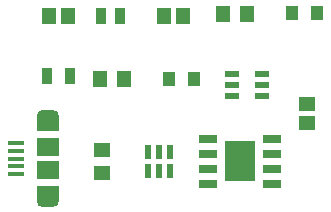
<source format=gtp>
G04*
G04 #@! TF.GenerationSoftware,Altium Limited,Altium Designer,25.0.2 (28)*
G04*
G04 Layer_Color=8421504*
%FSLAX44Y44*%
%MOMM*%
G71*
G04*
G04 #@! TF.SameCoordinates,4808E630-E1AA-40A3-BC65-94F3982335E7*
G04*
G04*
G04 #@! TF.FilePolarity,Positive*
G04*
G01*
G75*
%ADD15C,0.5000*%
%ADD16R,1.4562X1.3046*%
%ADD17R,0.9500X1.4500*%
%ADD18R,1.1000X1.3000*%
%ADD19R,1.2000X1.4500*%
%ADD20R,1.2000X0.6000*%
%ADD21R,0.6000X1.1500*%
%ADD22R,1.4500X1.2000*%
%ADD23R,1.5250X0.7000*%
%ADD24R,2.5130X3.4020*%
%ADD25R,1.3500X0.4000*%
%ADD26R,1.9000X1.5000*%
%ADD27R,1.3000X1.4500*%
%ADD28R,0.8500X1.3500*%
%ADD29R,1.3046X1.4562*%
G36*
X614020Y405800D02*
X595020D01*
Y418800D01*
X614020D01*
Y405800D01*
D02*
G37*
G36*
X609020Y400800D02*
X600020Y400800D01*
Y405800D01*
X609020D01*
Y400800D01*
D02*
G37*
G36*
X609020Y477800D02*
X600020D01*
Y482800D01*
X609020Y482800D01*
Y477800D01*
D02*
G37*
G36*
X614020Y464800D02*
X595020D01*
Y477800D01*
X614020D01*
Y464800D01*
D02*
G37*
D15*
X611520Y405800D02*
G03*
X611520Y405800I-2500J0D01*
G01*
X602520D02*
G03*
X602520Y405800I-2500J0D01*
G01*
X611520Y477800D02*
G03*
X611520Y477800I-2500J0D01*
G01*
X602520D02*
G03*
X602520Y477800I-2500J0D01*
G01*
D16*
X824230Y487680D02*
D03*
Y471564D02*
D03*
D17*
X603660Y511810D02*
D03*
X623160D02*
D03*
D18*
X728050Y509270D02*
D03*
X707050D02*
D03*
X832190Y565150D02*
D03*
X811190D02*
D03*
D19*
X649130Y509270D02*
D03*
X669130D02*
D03*
X773270Y563880D02*
D03*
X753270D02*
D03*
D20*
X785930Y494690D02*
D03*
Y504190D02*
D03*
Y513690D02*
D03*
X760930D02*
D03*
Y504190D02*
D03*
Y494690D02*
D03*
D21*
X708000Y447420D02*
D03*
X698500D02*
D03*
X689000D02*
D03*
Y431420D02*
D03*
X698500D02*
D03*
X708000D02*
D03*
D22*
X650240Y449420D02*
D03*
Y429420D02*
D03*
D23*
X739960Y458470D02*
D03*
Y445770D02*
D03*
Y433070D02*
D03*
Y420370D02*
D03*
X794200D02*
D03*
Y433070D02*
D03*
Y445770D02*
D03*
Y458470D02*
D03*
D24*
X767080Y439420D02*
D03*
D25*
X577520Y428800D02*
D03*
Y435300D02*
D03*
Y441800D02*
D03*
Y448300D02*
D03*
Y454800D02*
D03*
D26*
X604520Y431800D02*
D03*
Y451800D02*
D03*
D27*
X605410Y562610D02*
D03*
X621410D02*
D03*
D28*
X649610D02*
D03*
X666110D02*
D03*
D29*
X702704D02*
D03*
X718820D02*
D03*
M02*

</source>
